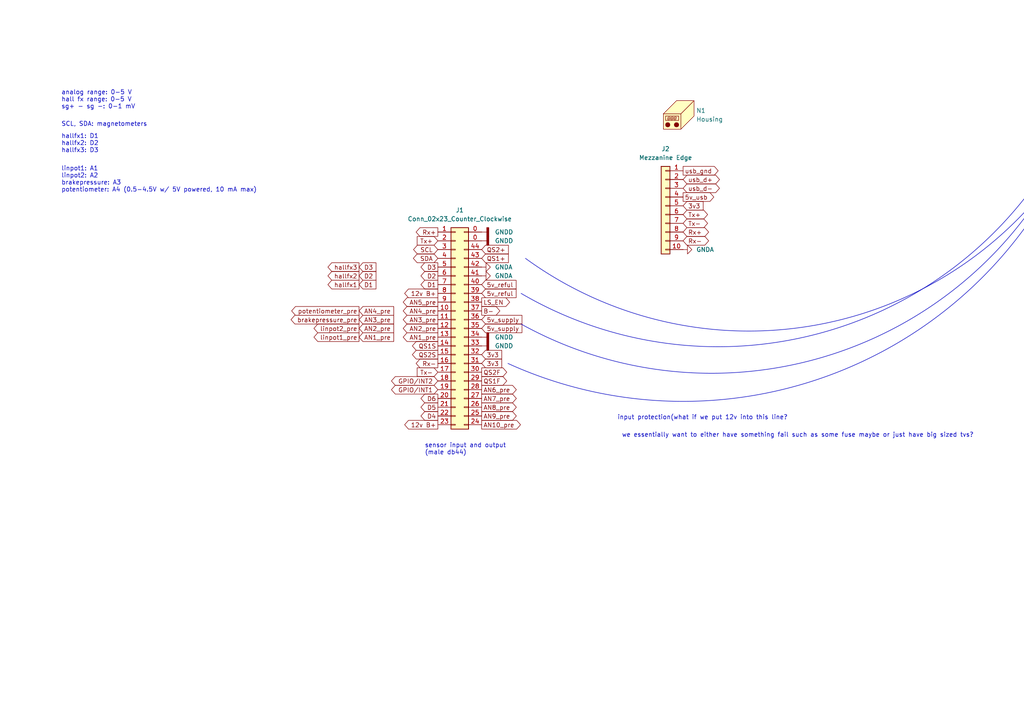
<source format=kicad_sch>
(kicad_sch (version 20231120) (generator "eeschema") (generator_version "8.0")
  (paper "A4")
  (lib_symbols
    (symbol "Connector_Generic:Conn_01x10" (pin_names (offset 1.016) hide)
      (property "Reference" "J" (at 0 12.7 0))
      (property "Value" "Conn_01x10" (at 0 -15.24 0))
      (symbol "Conn_01x10_1_1"
        (rectangle (start -1.27 -12.573) (end 0 -12.827) (stroke (width 0.1524)))
        (rectangle (start -1.27 -10.033) (end 0 -10.287) (stroke (width 0.1524)))
        (rectangle (start -1.27 -7.493) (end 0 -7.747) (stroke (width 0.1524)))
        (rectangle (start -1.27 -4.953) (end 0 -5.207) (stroke (width 0.1524)))
        (rectangle (start -1.27 -2.413) (end 0 -2.667) (stroke (width 0.1524)))
        (rectangle (start -1.27 0.127) (end 0 -0.127) (stroke (width 0.1524)))
        (rectangle (start -1.27 2.667) (end 0 2.413) (stroke (width 0.1524)))
        (rectangle (start -1.27 5.207) (end 0 4.953) (stroke (width 0.1524)))
        (rectangle (start -1.27 7.747) (end 0 7.493) (stroke (width 0.1524)))
        (rectangle (start -1.27 10.287) (end 0 10.033) (stroke (width 0.1524)))
        (rectangle (start -1.27 11.43) (end 1.27 -13.97) (stroke (width 0.254)) (fill (type background)))
        (pin passive line (at -5.08 10.16 0) (length 3.81) (name "Pin_1") (number "1"))
        (pin passive line (at -5.08 -12.7 0) (length 3.81) (name "Pin_10") (number "10"))
        (pin passive line (at -5.08 7.62 0) (length 3.81) (name "Pin_2") (number "2"))
        (pin passive line (at -5.08 5.08 0) (length 3.81) (name "Pin_3") (number "3"))
        (pin passive line (at -5.08 2.54 0) (length 3.81) (name "Pin_4") (number "4"))
        (pin passive line (at -5.08 0 0) (length 3.81) (name "Pin_5") (number "5"))
        (pin passive line (at -5.08 -2.54 0) (length 3.81) (name "Pin_6") (number "6"))
        (pin passive line (at -5.08 -5.08 0) (length 3.81) (name "Pin_7") (number "7"))
        (pin passive line (at -5.08 -7.62 0) (length 3.81) (name "Pin_8") (number "8"))
        (pin passive line (at -5.08 -10.16 0) (length 3.81) (name "Pin_9") (number "9"))
      )
    )
    (symbol "Connector_Generic:Conn_02x23_Counter_Clockwise" (pin_names (offset 1.016) hide)
      (property "Reference" "J2" (at 1.27 34.29 0))
      (property "Value" "Conn_02x23_Counter_Clockwise" (at 1.27 31.75 0))
      (symbol "Conn_02x23_Counter_Clockwise_1_1"
        (rectangle (start -1.27 -27.813) (end 0 -28.067) (stroke (width 0.1524)))
        (rectangle (start -1.27 -25.273) (end 0 -25.527) (stroke (width 0.1524)))
        (rectangle (start -1.27 -22.733) (end 0 -22.987) (stroke (width 0.1524)))
        (rectangle (start -1.27 -20.193) (end 0 -20.447) (stroke (width 0.1524)))
        (rectangle (start -1.27 -17.653) (end 0 -17.907) (stroke (width 0.1524)))
        (rectangle (start -1.27 -15.113) (end 0 -15.367) (stroke (width 0.1524)))
        (rectangle (start -1.27 -12.573) (end 0 -12.827) (stroke (width 0.1524)))
        (rectangle (start -1.27 -10.033) (end 0 -10.287) (stroke (width 0.1524)))
        (rectangle (start -1.27 -7.493) (end 0 -7.747) (stroke (width 0.1524)))
        (rectangle (start -1.27 -4.953) (end 0 -5.207) (stroke (width 0.1524)))
        (rectangle (start -1.27 -2.413) (end 0 -2.667) (stroke (width 0.1524)))
        (rectangle (start -1.27 0.127) (end 0 -0.127) (stroke (width 0.1524)))
        (rectangle (start -1.27 2.667) (end 0 2.413) (stroke (width 0.1524)))
        (rectangle (start -1.27 5.207) (end 0 4.953) (stroke (width 0.1524)))
        (rectangle (start -1.27 7.747) (end 0 7.493) (stroke (width 0.1524)))
        (rectangle (start -1.27 10.287) (end 0 10.033) (stroke (width 0.1524)))
        (rectangle (start -1.27 12.827) (end 0 12.573) (stroke (width 0.1524)))
        (rectangle (start -1.27 15.367) (end 0 15.113) (stroke (width 0.1524)))
        (rectangle (start -1.27 17.907) (end 0 17.653) (stroke (width 0.1524)))
        (rectangle (start -1.27 20.447) (end 0 20.193) (stroke (width 0.1524)))
        (rectangle (start -1.27 22.987) (end 0 22.733) (stroke (width 0.1524)))
        (rectangle (start -1.27 25.527) (end 0 25.273) (stroke (width 0.1524)))
        (rectangle (start -1.27 28.067) (end 0 27.813) (stroke (width 0.1524)))
        (rectangle (start -1.27 29.21) (end 3.81 -29.21) (stroke (width 0.254)) (fill (type background)))
        (rectangle (start 3.81 -27.813) (end 2.54 -28.067) (stroke (width 0.1524)))
        (rectangle (start 3.81 -25.273) (end 2.54 -25.527) (stroke (width 0.1524)))
        (rectangle (start 3.81 -22.733) (end 2.54 -22.987) (stroke (width 0.1524)))
        (rectangle (start 3.81 -20.193) (end 2.54 -20.447) (stroke (width 0.1524)))
        (rectangle (start 3.81 -17.653) (end 2.54 -17.907) (stroke (width 0.1524)))
        (rectangle (start 3.81 -15.113) (end 2.54 -15.367) (stroke (width 0.1524)))
        (rectangle (start 3.81 -12.573) (end 2.54 -12.827) (stroke (width 0.1524)))
        (rectangle (start 3.81 -10.033) (end 2.54 -10.287) (stroke (width 0.1524)))
        (rectangle (start 3.81 -7.493) (end 2.54 -7.747) (stroke (width 0.1524)))
        (rectangle (start 3.81 -4.953) (end 2.54 -5.207) (stroke (width 0.1524)))
        (rectangle (start 3.81 -2.413) (end 2.54 -2.667) (stroke (width 0.1524)))
        (rectangle (start 3.81 0.127) (end 2.54 -0.127) (stroke (width 0.1524)))
        (rectangle (start 3.81 2.667) (end 2.54 2.413) (stroke (width 0.1524)))
        (rectangle (start 3.81 5.207) (end 2.54 4.953) (stroke (width 0.1524)))
        (rectangle (start 3.81 7.747) (end 2.54 7.493) (stroke (width 0.1524)))
        (rectangle (start 3.81 10.287) (end 2.54 10.033) (stroke (width 0.1524)))
        (rectangle (start 3.81 12.827) (end 2.54 12.573) (stroke (width 0.1524)))
        (rectangle (start 3.81 15.367) (end 2.54 15.113) (stroke (width 0.1524)))
        (rectangle (start 3.81 17.907) (end 2.54 17.653) (stroke (width 0.1524)))
        (rectangle (start 3.81 20.447) (end 2.54 20.193) (stroke (width 0.1524)))
        (rectangle (start 3.81 22.987) (end 2.54 22.733) (stroke (width 0.1524)))
        (rectangle (start 3.81 25.527) (end 2.54 25.273) (stroke (width 0.1524)))
        (rectangle (start 3.81 28.067) (end 2.54 27.813) (stroke (width 0.1524)))
        (pin passive line (at 7.62 25.4 180) (length 3.81) (name "Pin_45") (number "0"))
        (pin passive line (at 7.62 27.94 180) (length 3.81) (name "Pin_46") (number "0"))
        (pin passive line (at -5.08 27.94 0) (length 3.81) (name "Pin_1") (number "1"))
        (pin passive line (at -5.08 5.08 0) (length 3.81) (name "Pin_10") (number "10"))
        (pin passive line (at -5.08 2.54 0) (length 3.81) (name "Pin_11") (number "11"))
        (pin passive line (at -5.08 0 0) (length 3.81) (name "Pin_12") (number "12"))
        (pin passive line (at -5.08 -2.54 0) (length 3.81) (name "Pin_13") (number "13"))
        (pin passive line (at -5.08 -5.08 0) (length 3.81) (name "Pin_14") (number "14"))
        (pin passive line (at -5.08 -7.62 0) (length 3.81) (name "Pin_15") (number "15"))
        (pin passive line (at -5.08 -10.16 0) (length 3.81) (name "Pin_16") (number "16"))
        (pin passive line (at -5.08 -12.7 0) (length 3.81) (name "Pin_17") (number "17"))
        (pin passive line (at -5.08 -15.24 0) (length 3.81) (name "Pin_18") (number "18"))
        (pin passive line (at -5.08 -17.78 0) (length 3.81) (name "Pin_19") (number "19"))
        (pin passive line (at -5.08 25.4 0) (length 3.81) (name "Pin_2") (number "2"))
        (pin passive line (at -5.08 -20.32 0) (length 3.81) (name "Pin_20") (number "20"))
        (pin passive line (at -5.08 -22.86 0) (length 3.81) (name "Pin_21") (number "21"))
        (pin passive line (at -5.08 -25.4 0) (length 3.81) (name "Pin_22") (number "22"))
        (pin passive line (at -5.08 -27.94 0) (length 3.81) (name "Pin_23") (number "23"))
        (pin passive line (at 7.62 -27.94 180) (length 3.81) (name "Pin_24") (number "24"))
        (pin passive line (at 7.62 -25.4 180) (length 3.81) (name "Pin_25") (number "25"))
        (pin passive line (at 7.62 -22.86 180) (length 3.81) (name "Pin_26") (number "26"))
        (pin passive line (at 7.62 -20.32 180) (length 3.81) (name "Pin_27") (number "27"))
        (pin passive line (at 7.62 -17.78 180) (length 3.81) (name "Pin_28") (number "28"))
        (pin passive line (at 7.62 -15.24 180) (length 3.81) (name "Pin_29") (number "29"))
        (pin passive line (at -5.08 22.86 0) (length 3.81) (name "Pin_3") (number "3"))
        (pin passive line (at 7.62 -12.7 180) (length 3.81) (name "Pin_30") (number "30"))
        (pin passive line (at 7.62 -10.16 180) (length 3.81) (name "Pin_31") (number "31"))
        (pin passive line (at 7.62 -7.62 180) (length 3.81) (name "Pin_32") (number "32"))
        (pin passive line (at 7.62 -5.08 180) (length 3.81) (name "Pin_33") (number "33"))
        (pin passive line (at 7.62 -2.54 180) (length 3.81) (name "Pin_34") (number "34"))
        (pin passive line (at 7.62 0 180) (length 3.81) (name "Pin_35") (number "35"))
        (pin passive line (at 7.62 2.54 180) (length 3.81) (name "Pin_36") (number "36"))
        (pin passive line (at 7.62 5.08 180) (length 3.81) (name "Pin_37") (number "37"))
        (pin passive line (at 7.62 7.62 180) (length 3.81) (name "Pin_38") (number "38"))
        (pin passive line (at 7.62 10.16 180) (length 3.81) (name "Pin_39") (number "39"))
        (pin passive line (at -5.08 20.32 0) (length 3.81) (name "Pin_4") (number "4"))
        (pin passive line (at 7.62 12.7 180) (length 3.81) (name "Pin_40") (number "40"))
        (pin passive line (at 7.62 15.24 180) (length 3.81) (name "Pin_41") (number "41"))
        (pin passive line (at 7.62 17.78 180) (length 3.81) (name "Pin_42") (number "42"))
        (pin passive line (at 7.62 20.32 180) (length 3.81) (name "Pin_43") (number "43"))
        (pin passive line (at 7.62 22.86 180) (length 3.81) (name "Pin_44") (number "44"))
        (pin passive line (at -5.08 17.78 0) (length 3.81) (name "Pin_5") (number "5"))
        (pin passive line (at -5.08 15.24 0) (length 3.81) (name "Pin_6") (number "6"))
        (pin passive line (at -5.08 12.7 0) (length 3.81) (name "Pin_7") (number "7"))
        (pin passive line (at -5.08 10.16 0) (length 3.81) (name "Pin_8") (number "8"))
        (pin passive line (at -5.08 7.62 0) (length 3.81) (name "Pin_9") (number "9"))
      )
    )
    (symbol "Mechanical:Housing" (pin_names (offset 1.016))
      (property "Reference" "N" (at 3.81 0 0))
      (property "Value" "Housing" (at 3.81 -1.905 0))
      (symbol "Housing_0_1"
        (rectangle (start -5.08 -0.635) (end -1.27 -1.905))
        (circle (center -4.445 -3.175) (radius 0.635) (fill (type outline)))
        (circle (center -1.905 -3.175) (radius 0.635) (fill (type outline)))
        (polyline (pts (xy -4.5212 -1.5748) (xy -4.4704 -1.3716)))
        (polyline (pts (xy -4.4196 -1.6764) (xy -4.064 -1.6764)))
        (polyline (pts (xy -4.4196 -1.2192) (xy -4.3688 -0.9652)))
        (polyline (pts (xy -4.318 -1.3208) (xy -4.0132 -1.3208)))
        (polyline (pts (xy -4.2164 -0.9144) (xy -3.9116 -0.9144)))
        (polyline (pts (xy -3.9116 -1.6256) (xy -3.8608 -1.3716)))
        (polyline (pts (xy -3.81 -1.2192) (xy -3.7592 -0.9652)))
        (polyline (pts (xy -3.6068 -1.5748) (xy -3.556 -1.3716)))
        (polyline (pts (xy -3.5052 -1.6764) (xy -3.1496 -1.6764)))
        (polyline (pts (xy -3.5052 -1.2192) (xy -3.4544 -0.9652)))
        (polyline (pts (xy -3.4036 -1.3208) (xy -3.0988 -1.3208)))
        (polyline (pts (xy -3.302 -0.9144) (xy -2.9972 -0.9144)))
        (polyline (pts (xy -2.9972 -1.6256) (xy -2.9464 -1.3716)))
        (polyline (pts (xy -2.8956 -1.2192) (xy -2.8448 -0.9652)))
        (polyline (pts (xy -2.6924 -1.5748) (xy -2.6416 -1.3716)))
        (polyline (pts (xy -2.5908 -1.6764) (xy -2.2352 -1.6764)))
        (polyline (pts (xy -2.5908 -1.2192) (xy -2.54 -0.9652)))
        (polyline (pts (xy -2.4892 -1.3208) (xy -2.1844 -1.3208)))
        (polyline (pts (xy -2.3876 -0.9144) (xy -2.0828 -0.9144)))
        (polyline (pts (xy -2.0828 -1.6256) (xy -2.032 -1.3716)))
        (polyline (pts (xy -1.9812 -1.2192) (xy -1.9304 -0.9652)))
        (polyline (pts (xy -0.635 0) (xy -0.635 -4.445)))
        (polyline (pts (xy -5.715 0) (xy -0.635 0) (xy 3.175 3.81)))
        (polyline (pts (xy -5.715 0) (xy -5.715 -4.445) (xy -0.635 -4.445) (xy 3.175 -0.635) (xy 3.175 3.81) (xy -1.905 3.81) (xy -5.715 0)) (fill (type background)))
      )
    )
    (symbol "power:GNDA" (power) (pin_names (offset 0))
      (property "Value" "GNDA" (at 0 -3.81 0))
      (symbol "GNDA_0_1"
        (polyline (pts (xy 0 0) (xy 0 -1.27) (xy 1.27 -1.27) (xy 0 -2.54) (xy -1.27 -1.27) (xy 0 -1.27)))
      )
      (symbol "GNDA_1_1"
        (pin power_in line (at 0 0 270) (length 0) hide (name "GNDA") (number "1"))
      )
    )
    (symbol "power:GNDD" (power) (pin_names (offset 0))
      (property "Value" "GNDD" (at 0 -3.175 0))
      (symbol "GNDD_0_1"
        (rectangle (start -1.27 -1.524) (end 1.27 -2.032) (stroke (width 0.254)) (fill (type outline)))
        (polyline (pts (xy 0 0) (xy 0 -1.524)))
      )
      (symbol "GNDD_1_1"
        (pin power_in line (at 0 0 270) (length 0) hide (name "GNDD") (number "1"))
      )
    )
  )
  (arc (start 306.07 50.8) (mid 234.2325 94.6911) (end 152.4 74.93))
  (arc (start 309.88 44.45) (mid 241.2252 108.5973) (end 147.32 105.41))
  (arc (start 306.07 49.53) (mid 237.8059 103.8441) (end 151.13 93.98))
  (arc (start 306.07 44.45) (mid 237.0168 96.8591) (end 151.13 85.09))
  (text "SCL, SDA: magnetometers\n" (at 17.78 36.83 0) (effects (font (size 1.27 1.27)) (justify left bottom)))
  (text "sensor input and output\n(male db44)" (at 123.19 132.08 0) (effects (font (size 1.27 1.27)) (justify left bottom)))
  (text "analog range: 0-5 V\nhall fx range: 0-5 V\nsg+ - sg -: 0-1 mV" (at 17.78 31.75 0) (effects (font (size 1.27 1.27)) (justify left bottom)))
  (text "linpot1: A1\nlinpot2: A2\nbrakepressure: A3\npotentiometer: A4 (0.5-4.5V w/ 5V powered, 10 mA max)" (at 17.78 55.88 0) (effects (font (size 1.27 1.27)) (justify left bottom)))
  (text "we essentially want to either have something fail such as some fuse maybe or just have big sized tvs?" (at 180.34 127 0) (effects (font (size 1.27 1.27)) (justify left bottom)))
  (text "hallfx1: D1\nhallfx2: D2\nhallfx3: D3\n" (at 17.78 44.45 0) (effects (font (size 1.27 1.27)) (justify left bottom)))
  (text "input protection(what if we put 12v into this line?" (at 179.07 121.92 0) (effects (font (size 1.27 1.27)) (justify left bottom)))
  (global_label "AN3_pre" (shape input) (at 104.14 92.71 0) (property "Intersheetrefs" "${INTERSHEET_REFS}" (effects (hide yes))))
  (global_label "usb_d+" (shape bidirectional) (at 198.12 52.07 0) (property "Intersheetrefs" "${INTERSHEET_REFS}" (effects (hide yes))))
  (global_label "3v3" (shape input) (at 139.7 105.41 0) (property "Intersheetrefs" "${INTERSHEET_REFS}" (effects (hide yes))))
  (global_label "12v B+" (shape output) (at 127 85.09 180) (property "Intersheetrefs" "${INTERSHEET_REFS}" (effects (hide yes))))
  (global_label "3v3" (shape input) (at 198.12 59.69 0) (property "Intersheetrefs" "${INTERSHEET_REFS}" (effects (hide yes))))
  (global_label "SDA" (shape bidirectional) (at 127 74.93 180) (property "Intersheetrefs" "${INTERSHEET_REFS}" (effects (hide yes))))
  (global_label "Rx+" (shape bidirectional) (at 198.12 67.31 0) (property "Intersheetrefs" "${INTERSHEET_REFS}" (effects (hide yes))))
  (global_label "GPIO{slash}INT2" (shape bidirectional) (at 127 110.49 180) (property "Intersheetrefs" "${INTERSHEET_REFS}" (effects (hide yes))))
  (global_label "hallfx1" (shape output) (at 104.14 82.55 180) (property "Intersheetrefs" "${INTERSHEET_REFS}" (effects (hide yes))))
  (global_label "AN4_pre" (shape input) (at 104.14 90.17 0) (property "Intersheetrefs" "${INTERSHEET_REFS}" (effects (hide yes))))
  (global_label "AN1_pre" (shape input) (at 104.14 97.79 0) (property "Intersheetrefs" "${INTERSHEET_REFS}" (effects (hide yes))))
  (global_label "AN6_pre" (shape output) (at 139.7 113.03 0) (property "Intersheetrefs" "${INTERSHEET_REFS}" (effects (hide yes))))
  (global_label "hallfx2" (shape output) (at 104.14 80.01 180) (property "Intersheetrefs" "${INTERSHEET_REFS}" (effects (hide yes))))
  (global_label "Tx+" (shape input) (at 127 69.85 180) (property "Intersheetrefs" "${INTERSHEET_REFS}" (effects (hide yes))))
  (global_label "AN2_pre" (shape output) (at 127 95.25 180) (property "Intersheetrefs" "${INTERSHEET_REFS}" (effects (hide yes))))
  (global_label "QS1S" (shape output) (at 127 100.33 180) (property "Intersheetrefs" "${INTERSHEET_REFS}" (effects (hide yes))))
  (global_label "brakepressure_pre" (shape output) (at 104.14 92.71 180) (property "Intersheetrefs" "${INTERSHEET_REFS}" (effects (hide yes))))
  (global_label "AN3_pre" (shape output) (at 127 92.71 180) (property "Intersheetrefs" "${INTERSHEET_REFS}" (effects (hide yes))))
  (global_label "D1" (shape input) (at 104.14 82.55 0) (property "Intersheetrefs" "${INTERSHEET_REFS}" (effects (hide yes))))
  (global_label "AN8_pre" (shape output) (at 139.7 118.11 0) (property "Intersheetrefs" "${INTERSHEET_REFS}" (effects (hide yes))))
  (global_label "AN7_pre" (shape output) (at 139.7 115.57 0) (property "Intersheetrefs" "${INTERSHEET_REFS}" (effects (hide yes))))
  (global_label "12v B+" (shape output) (at 127 123.19 180) (property "Intersheetrefs" "${INTERSHEET_REFS}" (effects (hide yes))))
  (global_label "D3" (shape input) (at 104.14 77.47 0) (property "Intersheetrefs" "${INTERSHEET_REFS}" (effects (hide yes))))
  (global_label "D3" (shape output) (at 127 77.47 180) (property "Intersheetrefs" "${INTERSHEET_REFS}" (effects (hide yes))))
  (global_label "QS2+" (shape input) (at 139.7 72.39 0) (property "Intersheetrefs" "${INTERSHEET_REFS}" (effects (hide yes))))
  (global_label "potentiometer_pre" (shape output) (at 104.14 90.17 180) (property "Intersheetrefs" "${INTERSHEET_REFS}" (effects (hide yes))))
  (global_label "D1" (shape output) (at 127 82.55 180) (property "Intersheetrefs" "${INTERSHEET_REFS}" (effects (hide yes))))
  (global_label "5v_reful" (shape input) (at 139.7 85.09 0) (property "Intersheetrefs" "${INTERSHEET_REFS}" (effects (hide yes))))
  (global_label "D6" (shape output) (at 127 115.57 180) (property "Intersheetrefs" "${INTERSHEET_REFS}" (effects (hide yes))))
  (global_label "hallfx3" (shape output) (at 104.14 77.47 180) (property "Intersheetrefs" "${INTERSHEET_REFS}" (effects (hide yes))))
  (global_label "5v_usb" (shape output) (at 198.12 57.15 0) (property "Intersheetrefs" "${INTERSHEET_REFS}" (effects (hide yes))))
  (global_label "usb_d-" (shape bidirectional) (at 198.12 54.61 0) (property "Intersheetrefs" "${INTERSHEET_REFS}" (effects (hide yes))))
  (global_label "B-" (shape output) (at 139.7 90.17 0) (property "Intersheetrefs" "${INTERSHEET_REFS}" (effects (hide yes))))
  (global_label "linpot2_pre" (shape output) (at 104.14 95.25 180) (property "Intersheetrefs" "${INTERSHEET_REFS}" (effects (hide yes))))
  (global_label "AN9_pre" (shape output) (at 139.7 120.65 0) (property "Intersheetrefs" "${INTERSHEET_REFS}" (effects (hide yes))))
  (global_label "5v_supply" (shape input) (at 139.7 95.25 0) (property "Intersheetrefs" "${INTERSHEET_REFS}" (effects (hide yes))))
  (global_label "D4" (shape output) (at 127 120.65 180) (property "Intersheetrefs" "${INTERSHEET_REFS}" (effects (hide yes))))
  (global_label "QS2S" (shape output) (at 127 102.87 180) (property "Intersheetrefs" "${INTERSHEET_REFS}" (effects (hide yes))))
  (global_label "Tx-" (shape input) (at 127 107.95 180) (property "Intersheetrefs" "${INTERSHEET_REFS}" (effects (hide yes))))
  (global_label "Rx-" (shape output) (at 127 105.41 180) (property "Intersheetrefs" "${INTERSHEET_REFS}" (effects (hide yes))))
  (global_label "LS_EN" (shape output) (at 139.7 87.63 0) (property "Intersheetrefs" "${INTERSHEET_REFS}" (effects (hide yes))))
  (global_label "AN4_pre" (shape output) (at 127 90.17 180) (property "Intersheetrefs" "${INTERSHEET_REFS}" (effects (hide yes))))
  (global_label "Rx+" (shape output) (at 127 67.31 180) (property "Intersheetrefs" "${INTERSHEET_REFS}" (effects (hide yes))))
  (global_label "GPIO{slash}INT1" (shape bidirectional) (at 127 113.03 180) (property "Intersheetrefs" "${INTERSHEET_REFS}" (effects (hide yes))))
  (global_label "QS1+" (shape input) (at 139.7 74.93 0) (property "Intersheetrefs" "${INTERSHEET_REFS}" (effects (hide yes))))
  (global_label "AN5_pre" (shape output) (at 127 87.63 180) (property "Intersheetrefs" "${INTERSHEET_REFS}" (effects (hide yes))))
  (global_label "3v3" (shape input) (at 139.7 102.87 0) (property "Intersheetrefs" "${INTERSHEET_REFS}" (effects (hide yes))))
  (global_label "usb_gnd" (shape output) (at 198.12 49.53 0) (property "Intersheetrefs" "${INTERSHEET_REFS}" (effects (hide yes))))
  (global_label "Tx+" (shape bidirectional) (at 198.12 62.23 0) (property "Intersheetrefs" "${INTERSHEET_REFS}" (effects (hide yes))))
  (global_label "SCL" (shape bidirectional) (at 127 72.39 180) (property "Intersheetrefs" "${INTERSHEET_REFS}" (effects (hide yes))))
  (global_label "QS2F" (shape output) (at 139.7 107.95 0) (property "Intersheetrefs" "${INTERSHEET_REFS}" (effects (hide yes))))
  (global_label "AN10_pre" (shape output) (at 139.7 123.19 0) (property "Intersheetrefs" "${INTERSHEET_REFS}" (effects (hide yes))))
  (global_label "5v_reful" (shape input) (at 139.7 82.55 0) (property "Intersheetrefs" "${INTERSHEET_REFS}" (effects (hide yes))))
  (global_label "D2" (shape input) (at 104.14 80.01 0) (property "Intersheetrefs" "${INTERSHEET_REFS}" (effects (hide yes))))
  (global_label "AN1_pre" (shape output) (at 127 97.79 180) (property "Intersheetrefs" "${INTERSHEET_REFS}" (effects (hide yes))))
  (global_label "D5" (shape output) (at 127 118.11 180) (property "Intersheetrefs" "${INTERSHEET_REFS}" (effects (hide yes))))
  (global_label "D2" (shape output) (at 127 80.01 180) (property "Intersheetrefs" "${INTERSHEET_REFS}" (effects (hide yes))))
  (global_label "Rx-" (shape bidirectional) (at 198.12 69.85 0) (property "Intersheetrefs" "${INTERSHEET_REFS}" (effects (hide yes))))
  (global_label "linpot1_pre" (shape output) (at 104.14 97.79 180) (property "Intersheetrefs" "${INTERSHEET_REFS}" (effects (hide yes))))
  (global_label "Tx-" (shape bidirectional) (at 198.12 64.77 0) (property "Intersheetrefs" "${INTERSHEET_REFS}" (effects (hide yes))))
  (global_label "AN2_pre" (shape input) (at 104.14 95.25 0) (property "Intersheetrefs" "${INTERSHEET_REFS}" (effects (hide yes))))
  (global_label "5v_supply" (shape input) (at 139.7 92.71 0) (property "Intersheetrefs" "${INTERSHEET_REFS}" (effects (hide yes))))
  (global_label "QS1F" (shape output) (at 139.7 110.49 0) (property "Intersheetrefs" "${INTERSHEET_REFS}" (effects (hide yes))))
  (symbol (lib_id "Connector_Generic:Conn_01x10") (at 193.04 59.69 0) (mirror y) (unit 1)
    (property "Reference" "J2" (at 193.04 43.18 0))
    (property "Value" "Mezzanine Edge" (at 193.04 45.72 0))
    (property "Footprint" "21xt_footprints:Double Sided Mezzanine Card Edge_Edge Side" (effects (hide yes)))
  )
  (symbol (lib_id "power:GNDD") (at 139.7 69.85 90) (unit 1)
    (property "Reference" "#PWR050" (effects (hide yes)))
    (property "Value" "GNDD" (at 143.51 69.85 90) (effects (justify right)))
  )
  (symbol (lib_id "power:GNDD") (at 139.7 67.31 90) (unit 1)
    (property "Reference" "#PWR097" (effects (hide yes)))
    (property "Value" "GNDD" (at 143.51 67.31 90) (effects (justify right)))
  )
  (symbol (lib_id "power:GNDD") (at 139.7 97.79 90) (unit 1)
    (property "Reference" "#PWR038" (effects (hide yes)))
    (property "Value" "GNDD" (at 143.51 97.79 90) (effects (justify right)))
  )
  (symbol (lib_id "Connector_Generic:Conn_02x23_Counter_Clockwise") (at 132.08 95.25 0) (unit 1)
    (property "Reference" "J1" (at 133.35 60.96 0))
    (property "Value" "Conn_02x23_Counter_Clockwise" (at 133.35 63.5 0))
    (property "Footprint" "21xt_footprints:aaren_mouser_db44_screws" (effects (hide yes)))
  )
  (symbol (lib_id "Mechanical:Housing") (at 198.12 33.02 0) (unit 1)
    (property "Reference" "N1" (at 201.93 32.0675 0) (effects (justify left)))
    (property "Value" "Housing" (at 201.93 34.6075 0) (effects (justify left)))
  )
  (symbol (lib_id "power:GNDA") (at 139.7 77.47 90) (unit 1)
    (property "Reference" "#PWR096" (effects (hide yes)))
    (property "Value" "GNDA" (at 143.51 77.47 90) (effects (justify right)))
  )
  (symbol (lib_id "power:GNDD") (at 139.7 100.33 90) (unit 1)
    (property "Reference" "#PWR037" (effects (hide yes)))
    (property "Value" "GNDD" (at 143.51 100.33 90) (effects (justify right)))
  )
  (symbol (lib_id "power:GNDA") (at 139.7 80.01 90) (unit 1)
    (property "Reference" "#PWR010" (effects (hide yes)))
    (property "Value" "GNDA" (at 143.51 80.01 90) (effects (justify right)))
  )
  (symbol (lib_id "power:GNDA") (at 198.12 72.39 90) (unit 1)
    (property "Reference" "#PWR01" (effects (hide yes)))
    (property "Value" "GNDA" (at 201.93 72.39 90) (effects (justify right)))
  )
)
</source>
